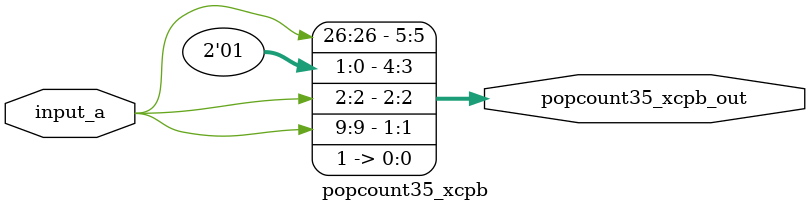
<source format=v>

module popcount35_xcpb(input [34:0] input_a, output [5:0] popcount35_xcpb_out);
  wire popcount35_xcpb_core_037;
  wire popcount35_xcpb_core_038;
  wire popcount35_xcpb_core_039;
  wire popcount35_xcpb_core_040;
  wire popcount35_xcpb_core_041;
  wire popcount35_xcpb_core_043;
  wire popcount35_xcpb_core_044;
  wire popcount35_xcpb_core_045;
  wire popcount35_xcpb_core_046;
  wire popcount35_xcpb_core_048;
  wire popcount35_xcpb_core_050;
  wire popcount35_xcpb_core_051;
  wire popcount35_xcpb_core_054;
  wire popcount35_xcpb_core_055;
  wire popcount35_xcpb_core_058;
  wire popcount35_xcpb_core_059;
  wire popcount35_xcpb_core_060;
  wire popcount35_xcpb_core_061;
  wire popcount35_xcpb_core_063;
  wire popcount35_xcpb_core_064;
  wire popcount35_xcpb_core_065;
  wire popcount35_xcpb_core_066;
  wire popcount35_xcpb_core_067;
  wire popcount35_xcpb_core_068;
  wire popcount35_xcpb_core_069;
  wire popcount35_xcpb_core_070;
  wire popcount35_xcpb_core_073;
  wire popcount35_xcpb_core_074;
  wire popcount35_xcpb_core_076;
  wire popcount35_xcpb_core_078;
  wire popcount35_xcpb_core_079;
  wire popcount35_xcpb_core_081;
  wire popcount35_xcpb_core_083;
  wire popcount35_xcpb_core_084;
  wire popcount35_xcpb_core_086;
  wire popcount35_xcpb_core_090;
  wire popcount35_xcpb_core_091;
  wire popcount35_xcpb_core_092;
  wire popcount35_xcpb_core_094;
  wire popcount35_xcpb_core_096;
  wire popcount35_xcpb_core_098;
  wire popcount35_xcpb_core_100;
  wire popcount35_xcpb_core_101;
  wire popcount35_xcpb_core_102;
  wire popcount35_xcpb_core_104;
  wire popcount35_xcpb_core_105;
  wire popcount35_xcpb_core_106;
  wire popcount35_xcpb_core_107;
  wire popcount35_xcpb_core_108_not;
  wire popcount35_xcpb_core_109;
  wire popcount35_xcpb_core_112;
  wire popcount35_xcpb_core_113;
  wire popcount35_xcpb_core_115;
  wire popcount35_xcpb_core_116;
  wire popcount35_xcpb_core_117;
  wire popcount35_xcpb_core_118;
  wire popcount35_xcpb_core_120;
  wire popcount35_xcpb_core_123;
  wire popcount35_xcpb_core_124;
  wire popcount35_xcpb_core_126;
  wire popcount35_xcpb_core_127;
  wire popcount35_xcpb_core_128;
  wire popcount35_xcpb_core_129;
  wire popcount35_xcpb_core_131_not;
  wire popcount35_xcpb_core_132;
  wire popcount35_xcpb_core_133;
  wire popcount35_xcpb_core_134;
  wire popcount35_xcpb_core_136;
  wire popcount35_xcpb_core_139;
  wire popcount35_xcpb_core_140;
  wire popcount35_xcpb_core_141;
  wire popcount35_xcpb_core_144;
  wire popcount35_xcpb_core_145;
  wire popcount35_xcpb_core_146;
  wire popcount35_xcpb_core_147;
  wire popcount35_xcpb_core_148;
  wire popcount35_xcpb_core_150;
  wire popcount35_xcpb_core_151;
  wire popcount35_xcpb_core_152;
  wire popcount35_xcpb_core_153;
  wire popcount35_xcpb_core_156;
  wire popcount35_xcpb_core_158;
  wire popcount35_xcpb_core_160;
  wire popcount35_xcpb_core_163;
  wire popcount35_xcpb_core_164;
  wire popcount35_xcpb_core_165;
  wire popcount35_xcpb_core_166;
  wire popcount35_xcpb_core_167;
  wire popcount35_xcpb_core_168;
  wire popcount35_xcpb_core_170;
  wire popcount35_xcpb_core_171;
  wire popcount35_xcpb_core_172;
  wire popcount35_xcpb_core_173;
  wire popcount35_xcpb_core_174;
  wire popcount35_xcpb_core_177;
  wire popcount35_xcpb_core_179;
  wire popcount35_xcpb_core_180;
  wire popcount35_xcpb_core_181;
  wire popcount35_xcpb_core_182;
  wire popcount35_xcpb_core_183;
  wire popcount35_xcpb_core_185;
  wire popcount35_xcpb_core_186;
  wire popcount35_xcpb_core_187;
  wire popcount35_xcpb_core_188;
  wire popcount35_xcpb_core_189;
  wire popcount35_xcpb_core_191;
  wire popcount35_xcpb_core_192;
  wire popcount35_xcpb_core_193;
  wire popcount35_xcpb_core_194;
  wire popcount35_xcpb_core_195;
  wire popcount35_xcpb_core_196;
  wire popcount35_xcpb_core_197;
  wire popcount35_xcpb_core_199;
  wire popcount35_xcpb_core_206;
  wire popcount35_xcpb_core_207;
  wire popcount35_xcpb_core_212;
  wire popcount35_xcpb_core_213;
  wire popcount35_xcpb_core_214;
  wire popcount35_xcpb_core_215;
  wire popcount35_xcpb_core_217;
  wire popcount35_xcpb_core_220;
  wire popcount35_xcpb_core_221;
  wire popcount35_xcpb_core_222;
  wire popcount35_xcpb_core_223;
  wire popcount35_xcpb_core_224;
  wire popcount35_xcpb_core_225;
  wire popcount35_xcpb_core_226;
  wire popcount35_xcpb_core_227;
  wire popcount35_xcpb_core_230;
  wire popcount35_xcpb_core_231;
  wire popcount35_xcpb_core_239;
  wire popcount35_xcpb_core_240;
  wire popcount35_xcpb_core_241;
  wire popcount35_xcpb_core_242;
  wire popcount35_xcpb_core_244;
  wire popcount35_xcpb_core_245;
  wire popcount35_xcpb_core_246;
  wire popcount35_xcpb_core_247;
  wire popcount35_xcpb_core_249;
  wire popcount35_xcpb_core_250;
  wire popcount35_xcpb_core_253;
  wire popcount35_xcpb_core_254;
  wire popcount35_xcpb_core_255;
  wire popcount35_xcpb_core_258;
  wire popcount35_xcpb_core_260;
  wire popcount35_xcpb_core_262;
  wire popcount35_xcpb_core_263;
  wire popcount35_xcpb_core_264;

  assign popcount35_xcpb_core_037 = ~(input_a[7] ^ input_a[4]);
  assign popcount35_xcpb_core_038 = input_a[20] | input_a[3];
  assign popcount35_xcpb_core_039 = input_a[31] & input_a[21];
  assign popcount35_xcpb_core_040 = ~input_a[14];
  assign popcount35_xcpb_core_041 = ~(input_a[24] | input_a[32]);
  assign popcount35_xcpb_core_043 = input_a[4] ^ input_a[1];
  assign popcount35_xcpb_core_044 = input_a[22] ^ input_a[29];
  assign popcount35_xcpb_core_045 = input_a[2] ^ input_a[3];
  assign popcount35_xcpb_core_046 = ~input_a[28];
  assign popcount35_xcpb_core_048 = ~(input_a[21] | input_a[19]);
  assign popcount35_xcpb_core_050 = ~input_a[25];
  assign popcount35_xcpb_core_051 = ~(input_a[32] | input_a[16]);
  assign popcount35_xcpb_core_054 = input_a[0] ^ input_a[0];
  assign popcount35_xcpb_core_055 = ~(input_a[11] ^ input_a[30]);
  assign popcount35_xcpb_core_058 = ~input_a[12];
  assign popcount35_xcpb_core_059 = ~input_a[11];
  assign popcount35_xcpb_core_060 = input_a[11] & input_a[27];
  assign popcount35_xcpb_core_061 = ~(input_a[0] | input_a[4]);
  assign popcount35_xcpb_core_063 = ~input_a[16];
  assign popcount35_xcpb_core_064 = input_a[17] | input_a[3];
  assign popcount35_xcpb_core_065 = input_a[2] | input_a[34];
  assign popcount35_xcpb_core_066 = ~(input_a[15] ^ input_a[9]);
  assign popcount35_xcpb_core_067 = ~input_a[34];
  assign popcount35_xcpb_core_068 = input_a[34] | input_a[30];
  assign popcount35_xcpb_core_069 = input_a[7] | input_a[1];
  assign popcount35_xcpb_core_070 = ~input_a[34];
  assign popcount35_xcpb_core_073 = input_a[2] & input_a[19];
  assign popcount35_xcpb_core_074 = ~input_a[0];
  assign popcount35_xcpb_core_076 = input_a[30] ^ input_a[26];
  assign popcount35_xcpb_core_078 = ~input_a[25];
  assign popcount35_xcpb_core_079 = input_a[23] & input_a[17];
  assign popcount35_xcpb_core_081 = input_a[19] & input_a[13];
  assign popcount35_xcpb_core_083 = ~(input_a[3] & input_a[18]);
  assign popcount35_xcpb_core_084 = ~(input_a[27] | input_a[20]);
  assign popcount35_xcpb_core_086 = input_a[15] | input_a[10];
  assign popcount35_xcpb_core_090 = ~(input_a[20] & input_a[0]);
  assign popcount35_xcpb_core_091 = ~input_a[1];
  assign popcount35_xcpb_core_092 = ~input_a[0];
  assign popcount35_xcpb_core_094 = input_a[34] & input_a[28];
  assign popcount35_xcpb_core_096 = input_a[0] ^ input_a[26];
  assign popcount35_xcpb_core_098 = ~(input_a[20] & input_a[33]);
  assign popcount35_xcpb_core_100 = input_a[12] | input_a[11];
  assign popcount35_xcpb_core_101 = ~(input_a[9] & input_a[33]);
  assign popcount35_xcpb_core_102 = ~(input_a[32] ^ input_a[29]);
  assign popcount35_xcpb_core_104 = ~input_a[10];
  assign popcount35_xcpb_core_105 = ~input_a[15];
  assign popcount35_xcpb_core_106 = ~(input_a[28] & input_a[10]);
  assign popcount35_xcpb_core_107 = input_a[31] ^ input_a[31];
  assign popcount35_xcpb_core_108_not = ~input_a[16];
  assign popcount35_xcpb_core_109 = ~(input_a[4] & input_a[9]);
  assign popcount35_xcpb_core_112 = ~(input_a[34] | input_a[22]);
  assign popcount35_xcpb_core_113 = input_a[6] | input_a[8];
  assign popcount35_xcpb_core_115 = input_a[21] | input_a[2];
  assign popcount35_xcpb_core_116 = input_a[28] | input_a[9];
  assign popcount35_xcpb_core_117 = ~(input_a[7] | input_a[3]);
  assign popcount35_xcpb_core_118 = input_a[3] & input_a[21];
  assign popcount35_xcpb_core_120 = ~input_a[23];
  assign popcount35_xcpb_core_123 = input_a[26] & input_a[11];
  assign popcount35_xcpb_core_124 = ~(input_a[14] ^ input_a[23]);
  assign popcount35_xcpb_core_126 = input_a[2] | input_a[1];
  assign popcount35_xcpb_core_127 = input_a[7] | input_a[31];
  assign popcount35_xcpb_core_128 = ~(input_a[33] & input_a[34]);
  assign popcount35_xcpb_core_129 = ~(input_a[16] & input_a[19]);
  assign popcount35_xcpb_core_131_not = ~input_a[4];
  assign popcount35_xcpb_core_132 = ~(input_a[10] | input_a[30]);
  assign popcount35_xcpb_core_133 = ~(input_a[19] ^ input_a[2]);
  assign popcount35_xcpb_core_134 = input_a[11] | input_a[5];
  assign popcount35_xcpb_core_136 = input_a[5] & input_a[29];
  assign popcount35_xcpb_core_139 = ~(input_a[3] & input_a[33]);
  assign popcount35_xcpb_core_140 = ~input_a[22];
  assign popcount35_xcpb_core_141 = input_a[11] | input_a[24];
  assign popcount35_xcpb_core_144 = input_a[11] ^ input_a[7];
  assign popcount35_xcpb_core_145 = ~(input_a[14] | input_a[3]);
  assign popcount35_xcpb_core_146 = ~(input_a[5] ^ input_a[10]);
  assign popcount35_xcpb_core_147 = input_a[28] ^ input_a[0];
  assign popcount35_xcpb_core_148 = ~(input_a[7] & input_a[23]);
  assign popcount35_xcpb_core_150 = input_a[8] ^ input_a[16];
  assign popcount35_xcpb_core_151 = ~(input_a[26] & input_a[10]);
  assign popcount35_xcpb_core_152 = ~(input_a[10] ^ input_a[12]);
  assign popcount35_xcpb_core_153 = ~(input_a[4] & input_a[6]);
  assign popcount35_xcpb_core_156 = input_a[16] ^ input_a[21];
  assign popcount35_xcpb_core_158 = ~(input_a[14] | input_a[4]);
  assign popcount35_xcpb_core_160 = ~input_a[27];
  assign popcount35_xcpb_core_163 = input_a[9] & input_a[30];
  assign popcount35_xcpb_core_164 = input_a[27] ^ input_a[1];
  assign popcount35_xcpb_core_165 = input_a[0] & input_a[6];
  assign popcount35_xcpb_core_166 = ~(input_a[11] | input_a[19]);
  assign popcount35_xcpb_core_167 = input_a[16] | input_a[2];
  assign popcount35_xcpb_core_168 = ~(input_a[32] ^ input_a[27]);
  assign popcount35_xcpb_core_170 = ~input_a[2];
  assign popcount35_xcpb_core_171 = ~input_a[24];
  assign popcount35_xcpb_core_172 = input_a[13] ^ input_a[8];
  assign popcount35_xcpb_core_173 = ~(input_a[20] & input_a[26]);
  assign popcount35_xcpb_core_174 = ~(input_a[24] ^ input_a[19]);
  assign popcount35_xcpb_core_177 = ~(input_a[10] ^ input_a[16]);
  assign popcount35_xcpb_core_179 = ~input_a[16];
  assign popcount35_xcpb_core_180 = ~(input_a[28] | input_a[19]);
  assign popcount35_xcpb_core_181 = ~(input_a[7] | input_a[8]);
  assign popcount35_xcpb_core_182 = input_a[31] | input_a[16];
  assign popcount35_xcpb_core_183 = input_a[18] | input_a[27];
  assign popcount35_xcpb_core_185 = ~(input_a[3] & input_a[4]);
  assign popcount35_xcpb_core_186 = input_a[5] ^ input_a[34];
  assign popcount35_xcpb_core_187 = ~(input_a[14] ^ input_a[18]);
  assign popcount35_xcpb_core_188 = ~(input_a[15] ^ input_a[1]);
  assign popcount35_xcpb_core_189 = ~(input_a[18] | input_a[33]);
  assign popcount35_xcpb_core_191 = ~(input_a[10] ^ input_a[32]);
  assign popcount35_xcpb_core_192 = ~(input_a[9] ^ input_a[23]);
  assign popcount35_xcpb_core_193 = ~input_a[22];
  assign popcount35_xcpb_core_194 = ~(input_a[15] ^ input_a[28]);
  assign popcount35_xcpb_core_195 = ~(input_a[32] & input_a[21]);
  assign popcount35_xcpb_core_196 = input_a[10] & input_a[14];
  assign popcount35_xcpb_core_197 = ~(input_a[2] & input_a[10]);
  assign popcount35_xcpb_core_199 = input_a[21] & input_a[27];
  assign popcount35_xcpb_core_206 = input_a[24] | input_a[26];
  assign popcount35_xcpb_core_207 = ~(input_a[11] ^ input_a[5]);
  assign popcount35_xcpb_core_212 = ~(input_a[27] | input_a[34]);
  assign popcount35_xcpb_core_213 = ~(input_a[0] ^ input_a[7]);
  assign popcount35_xcpb_core_214 = ~(input_a[25] ^ input_a[19]);
  assign popcount35_xcpb_core_215 = input_a[14] | input_a[13];
  assign popcount35_xcpb_core_217 = ~input_a[10];
  assign popcount35_xcpb_core_220 = ~input_a[21];
  assign popcount35_xcpb_core_221 = input_a[33] | input_a[32];
  assign popcount35_xcpb_core_222 = ~(input_a[3] ^ input_a[33]);
  assign popcount35_xcpb_core_223 = input_a[24] | input_a[17];
  assign popcount35_xcpb_core_224 = input_a[6] & input_a[0];
  assign popcount35_xcpb_core_225 = input_a[17] | input_a[7];
  assign popcount35_xcpb_core_226 = input_a[18] ^ input_a[26];
  assign popcount35_xcpb_core_227 = ~(input_a[27] & input_a[31]);
  assign popcount35_xcpb_core_230 = ~(input_a[19] & input_a[21]);
  assign popcount35_xcpb_core_231 = ~(input_a[7] & input_a[34]);
  assign popcount35_xcpb_core_239 = input_a[12] & input_a[22];
  assign popcount35_xcpb_core_240 = ~input_a[16];
  assign popcount35_xcpb_core_241 = input_a[8] & input_a[27];
  assign popcount35_xcpb_core_242 = input_a[11] | input_a[24];
  assign popcount35_xcpb_core_244 = ~(input_a[7] | input_a[5]);
  assign popcount35_xcpb_core_245 = ~(input_a[29] ^ input_a[12]);
  assign popcount35_xcpb_core_246 = input_a[21] | input_a[8];
  assign popcount35_xcpb_core_247 = ~(input_a[34] & input_a[5]);
  assign popcount35_xcpb_core_249 = ~(input_a[14] & input_a[19]);
  assign popcount35_xcpb_core_250 = ~input_a[6];
  assign popcount35_xcpb_core_253 = ~(input_a[33] ^ input_a[15]);
  assign popcount35_xcpb_core_254 = input_a[32] | input_a[0];
  assign popcount35_xcpb_core_255 = input_a[23] ^ input_a[2];
  assign popcount35_xcpb_core_258 = ~(input_a[11] ^ input_a[28]);
  assign popcount35_xcpb_core_260 = input_a[17] | input_a[0];
  assign popcount35_xcpb_core_262 = ~(input_a[11] & input_a[17]);
  assign popcount35_xcpb_core_263 = input_a[13] & input_a[3];
  assign popcount35_xcpb_core_264 = ~(input_a[6] & input_a[15]);

  assign popcount35_xcpb_out[0] = 1'b1;
  assign popcount35_xcpb_out[1] = input_a[9];
  assign popcount35_xcpb_out[2] = input_a[2];
  assign popcount35_xcpb_out[3] = 1'b1;
  assign popcount35_xcpb_out[4] = 1'b0;
  assign popcount35_xcpb_out[5] = input_a[26];
endmodule
</source>
